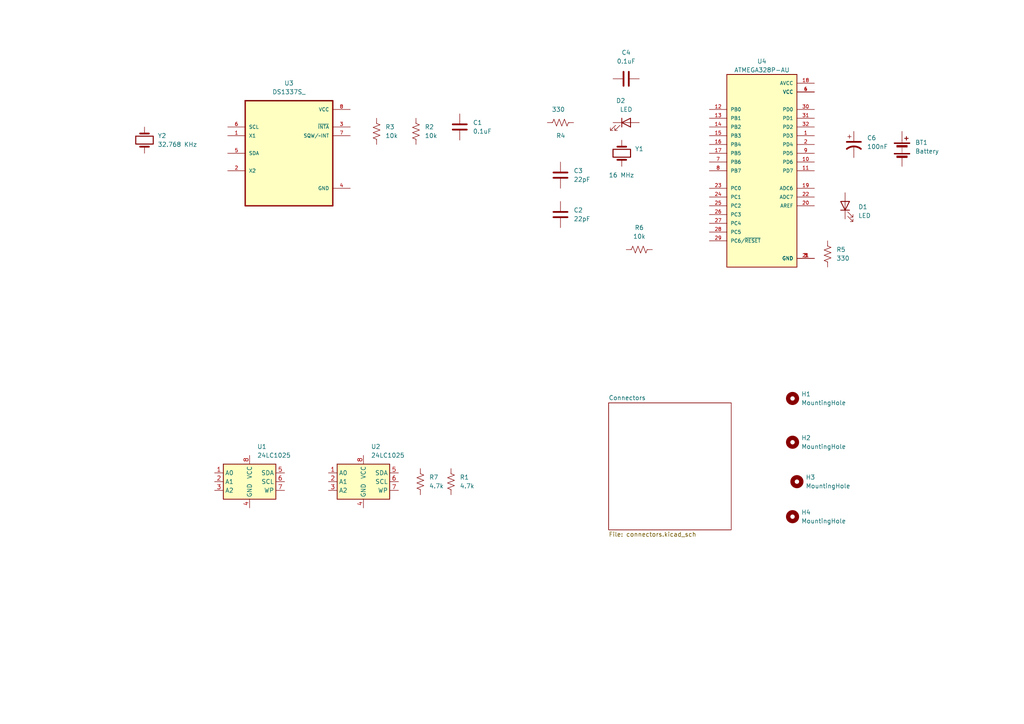
<source format=kicad_sch>
(kicad_sch (version 20231120) (generator "eeschema") (generator_version "8.0")
  (paper "A4")
  (title_block (title "${Project_Name}") (date "2024-12-29") (rev "1") (company "Jack Tanner"))
  (lib_symbols
    (symbol "ATMEGA328P-AU:ATMEGA328P-AU" (pin_names (offset 1.016))
      (property "Reference" "U" (at -10.1755 29.2546 0))
      (property "Value" "ATMEGA328P-AU" (at -10.1669 -31.7714 0))
      (symbol "ATMEGA328P-AU_0_0"
        (rectangle (start -10.16 -27.94) (end 10.16 27.94) (stroke (width 0.254)) (fill (type background)))
        (pin bidirectional line (at 15.24 10.16 180) (length 5.08) (name "PD3") (number "1"))
        (pin bidirectional line (at 15.24 2.54 180) (length 5.08) (name "PD6") (number "10"))
        (pin bidirectional line (at 15.24 0 180) (length 5.08) (name "PD7") (number "11"))
        (pin bidirectional line (at -15.24 17.78 0) (length 5.08) (name "PB0") (number "12"))
        (pin bidirectional line (at -15.24 15.24 0) (length 5.08) (name "PB1") (number "13"))
        (pin bidirectional line (at -15.24 12.7 0) (length 5.08) (name "PB2") (number "14"))
        (pin bidirectional line (at -15.24 10.16 0) (length 5.08) (name "PB3") (number "15"))
        (pin bidirectional line (at -15.24 7.62 0) (length 5.08) (name "PB4") (number "16"))
        (pin bidirectional line (at -15.24 5.08 0) (length 5.08) (name "PB5") (number "17"))
        (pin power_in line (at 15.24 25.4 180) (length 5.08) (name "AVCC") (number "18"))
        (pin bidirectional line (at 15.24 -5.08 180) (length 5.08) (name "ADC6") (number "19"))
        (pin bidirectional line (at 15.24 7.62 180) (length 5.08) (name "PD4") (number "2"))
        (pin input line (at 15.24 -10.16 180) (length 5.08) (name "AREF") (number "20"))
        (pin power_in line (at 15.24 -25.4 180) (length 5.08) (name "GND") (number "21"))
        (pin bidirectional line (at 15.24 -7.62 180) (length 5.08) (name "ADC7") (number "22"))
        (pin bidirectional line (at -15.24 -5.08 0) (length 5.08) (name "PC0") (number "23"))
        (pin bidirectional line (at -15.24 -7.62 0) (length 5.08) (name "PC1") (number "24"))
        (pin bidirectional line (at -15.24 -10.16 0) (length 5.08) (name "PC2") (number "25"))
        (pin bidirectional line (at -15.24 -12.7 0) (length 5.08) (name "PC3") (number "26"))
        (pin bidirectional line (at -15.24 -15.24 0) (length 5.08) (name "PC4") (number "27"))
        (pin bidirectional line (at -15.24 -17.78 0) (length 5.08) (name "PC5") (number "28"))
        (pin bidirectional line (at -15.24 -20.32 0) (length 5.08) (name "PC6/~{RESET}") (number "29"))
        (pin power_in line (at 15.24 -25.4 180) (length 5.08) (name "GND") (number "3"))
        (pin bidirectional line (at 15.24 17.78 180) (length 5.08) (name "PD0") (number "30"))
        (pin bidirectional line (at 15.24 15.24 180) (length 5.08) (name "PD1") (number "31"))
        (pin bidirectional line (at 15.24 12.7 180) (length 5.08) (name "PD2") (number "32"))
        (pin power_in line (at 15.24 22.86 180) (length 5.08) (name "VCC") (number "4"))
        (pin power_in line (at 15.24 -25.4 180) (length 5.08) (name "GND") (number "5"))
        (pin power_in line (at 15.24 22.86 180) (length 5.08) (name "VCC") (number "6"))
        (pin bidirectional line (at -15.24 2.54 0) (length 5.08) (name "PB6") (number "7"))
        (pin bidirectional line (at -15.24 0 0) (length 5.08) (name "PB7") (number "8"))
        (pin bidirectional line (at 15.24 5.08 180) (length 5.08) (name "PD5") (number "9"))
      )
    )
    (symbol "DS1337S_:DS1337S_" (pin_names (offset 1.016))
      (property "Reference" "U" (at -12.7 16.24 0))
      (property "Value" "DS1337S_" (at -12.7 -19.24 0))
      (symbol "DS1337S__0_0"
        (rectangle (start -12.7 -15.24) (end 12.7 15.24) (stroke (width 0.41)) (fill (type background)))
        (pin input line (at -17.78 5.08 0) (length 5.08) (name "X1") (number "1"))
        (pin bidirectional line (at -17.78 -5.08 0) (length 5.08) (name "X2") (number "2"))
        (pin output line (at 17.78 7.62 180) (length 5.08) (name "~{INTA}") (number "3"))
        (pin power_in line (at 17.78 -10.16 180) (length 5.08) (name "GND") (number "4"))
        (pin bidirectional line (at -17.78 0 0) (length 5.08) (name "SDA") (number "5"))
        (pin input line (at -17.78 7.62 0) (length 5.08) (name "SCL") (number "6"))
        (pin output line (at 17.78 5.08 180) (length 5.08) (name "SQW/~INT") (number "7"))
        (pin power_in line (at 17.78 12.7 180) (length 5.08) (name "VCC") (number "8"))
      )
    )
    (symbol "Device:Battery" (pin_numbers hide) (pin_names (offset 0) hide)
      (property "Reference" "BT" (at 2.54 2.54 0))
      (property "Value" "Battery" (at 2.54 0 0))
      (symbol "Battery_0_1"
        (rectangle (start -2.286 -1.27) (end 2.286 -1.524) (fill (type outline)))
        (rectangle (start -2.286 1.778) (end 2.286 1.524) (fill (type outline)))
        (rectangle (start -1.524 -2.032) (end 1.524 -2.54) (fill (type outline)))
        (rectangle (start -1.524 1.016) (end 1.524 0.508) (fill (type outline)))
        (polyline (pts (xy 0 -1.016) (xy 0 -0.762)))
        (polyline (pts (xy 0 -0.508) (xy 0 -0.254)))
        (polyline (pts (xy 0 0) (xy 0 0.254)))
        (polyline (pts (xy 0 1.778) (xy 0 2.54)))
        (polyline (pts (xy 0.762 3.048) (xy 1.778 3.048)) (stroke (width 0.254)))
        (polyline (pts (xy 1.27 3.556) (xy 1.27 2.54)) (stroke (width 0.254)))
      )
      (symbol "Battery_1_1"
        (pin passive line (at 0 5.08 270) (length 2.54) (name "+") (number "1"))
        (pin passive line (at 0 -5.08 90) (length 2.54) (name "-") (number "2"))
      )
    )
    (symbol "Device:C" (pin_numbers hide) (pin_names (offset 0.254))
      (property "Reference" "C" (at 0.635 2.54 0))
      (property "Value" "C" (at 0.635 -2.54 0))
      (symbol "C_0_1"
        (polyline (pts (xy -2.032 -0.762) (xy 2.032 -0.762)) (stroke (width 0.508)))
        (polyline (pts (xy -2.032 0.762) (xy 2.032 0.762)) (stroke (width 0.508)))
      )
      (symbol "C_1_1"
        (pin passive line (at 0 3.81 270) (length 2.794) (name "~") (number "1"))
        (pin passive line (at 0 -3.81 90) (length 2.794) (name "~") (number "2"))
      )
    )
    (symbol "Device:C_Polarized_US" (pin_numbers hide) (pin_names (offset 0.254) hide)
      (property "Reference" "C" (at 0.635 2.54 0))
      (property "Value" "C_Polarized_US" (at 0.635 -2.54 0))
      (symbol "C_Polarized_US_0_1"
        (polyline (pts (xy -2.032 0.762) (xy 2.032 0.762)) (stroke (width 0.508)))
        (polyline (pts (xy -1.778 2.286) (xy -0.762 2.286)))
        (polyline (pts (xy -1.27 1.778) (xy -1.27 2.794)))
        (arc (start 2.032 -1.27) (mid 0 -0.5572) (end -2.032 -1.27) (stroke (width 0.508)))
      )
      (symbol "C_Polarized_US_1_1"
        (pin passive line (at 0 3.81 270) (length 2.794) (name "~") (number "1"))
        (pin passive line (at 0 -3.81 90) (length 3.302) (name "~") (number "2"))
      )
    )
    (symbol "Device:Crystal" (pin_numbers hide) (pin_names (offset 1.016) hide)
      (property "Reference" "Y" (at 0 3.81 0))
      (property "Value" "Crystal" (at 0 -3.81 0))
      (symbol "Crystal_0_1"
        (rectangle (start -1.143 2.54) (end 1.143 -2.54) (stroke (width 0.3048)))
        (polyline (pts (xy -2.54 0) (xy -1.905 0)))
        (polyline (pts (xy -1.905 -1.27) (xy -1.905 1.27)) (stroke (width 0.508)))
        (polyline (pts (xy 1.905 -1.27) (xy 1.905 1.27)) (stroke (width 0.508)))
        (polyline (pts (xy 2.54 0) (xy 1.905 0)))
      )
      (symbol "Crystal_1_1"
        (pin passive line (at -3.81 0 0) (length 1.27) (name "1") (number "1"))
        (pin passive line (at 3.81 0 180) (length 1.27) (name "2") (number "2"))
      )
    )
    (symbol "Device:LED" (pin_numbers hide) (pin_names (offset 1.016) hide)
      (property "Reference" "D" (at 0 2.54 0))
      (property "Value" "LED" (at 0 -2.54 0))
      (symbol "LED_0_1"
        (polyline (pts (xy -1.27 -1.27) (xy -1.27 1.27)) (stroke (width 0.254)))
        (polyline (pts (xy -1.27 0) (xy 1.27 0)))
        (polyline (pts (xy 1.27 -1.27) (xy 1.27 1.27) (xy -1.27 0) (xy 1.27 -1.27)) (stroke (width 0.254)))
        (polyline (pts (xy -3.048 -0.762) (xy -4.572 -2.286) (xy -3.81 -2.286) (xy -4.572 -2.286) (xy -4.572 -1.524)))
        (polyline (pts (xy -1.778 -0.762) (xy -3.302 -2.286) (xy -2.54 -2.286) (xy -3.302 -2.286) (xy -3.302 -1.524)))
      )
      (symbol "LED_1_1"
        (pin passive line (at -3.81 0 0) (length 2.54) (name "K") (number "1"))
        (pin passive line (at 3.81 0 180) (length 2.54) (name "A") (number "2"))
      )
    )
    (symbol "Device:R_US" (pin_numbers hide) (pin_names (offset 0))
      (property "Reference" "R" (at 2.54 0 90))
      (property "Value" "R_US" (at -2.54 0 90))
      (symbol "R_US_0_1"
        (polyline (pts (xy 0 -2.286) (xy 0 -2.54)))
        (polyline (pts (xy 0 2.286) (xy 0 2.54)))
        (polyline (pts (xy 0 -0.762) (xy 1.016 -1.143) (xy 0 -1.524) (xy -1.016 -1.905) (xy 0 -2.286)))
        (polyline (pts (xy 0 0.762) (xy 1.016 0.381) (xy 0 0) (xy -1.016 -0.381) (xy 0 -0.762)))
        (polyline (pts (xy 0 2.286) (xy 1.016 1.905) (xy 0 1.524) (xy -1.016 1.143) (xy 0 0.762)))
      )
      (symbol "R_US_1_1"
        (pin passive line (at 0 3.81 270) (length 1.27) (name "~") (number "1"))
        (pin passive line (at 0 -3.81 90) (length 1.27) (name "~") (number "2"))
      )
    )
    (symbol "Mechanical:MountingHole" (pin_names (offset 1.016)) (exclude_from_sim yes) (in_bom no)
      (property "Reference" "H" (at 0 5.08 0))
      (property "Value" "MountingHole" (at 0 3.175 0))
      (symbol "MountingHole_0_1"
        (circle (center 0 0) (radius 1.27) (stroke (width 1.27)))
      )
    )
    (symbol "Memory_EEPROM:24LC1025"
      (property "Reference" "U" (at -6.35 6.35 0))
      (property "Value" "24LC1025" (at 1.27 6.35 0))
      (symbol "24LC1025_1_1"
        (rectangle (start -7.62 5.08) (end 7.62 -5.08) (stroke (width 0.254)) (fill (type background)))
        (pin input line (at -10.16 2.54 0) (length 2.54) (name "A0") (number "1"))
        (pin input line (at -10.16 0 0) (length 2.54) (name "A1") (number "2"))
        (pin input line (at -10.16 -2.54 0) (length 2.54) (name "A2") (number "3"))
        (pin power_in line (at 0 -7.62 90) (length 2.54) (name "GND") (number "4"))
        (pin bidirectional line (at 10.16 2.54 180) (length 2.54) (name "SDA") (number "5"))
        (pin input line (at 10.16 0 180) (length 2.54) (name "SCL") (number "6"))
        (pin input line (at 10.16 -2.54 180) (length 2.54) (name "WP") (number "7"))
        (pin power_in line (at 0 7.62 270) (length 2.54) (name "VCC") (number "8"))
      )
    )
  )
  (symbol (lib_id "Device:Battery") (at 261.62 43.18 0) (unit 1)
    (property "Reference" "BT1" (at 265.43 41.3384 0) (effects (justify left)))
    (property "Value" "Battery" (at 265.43 43.8784 0) (effects (justify left)))
    (property "Description" "Multiple-cell battery" (effects (hide yes)))
  )
  (symbol (lib_id "Mechanical:MountingHole") (at 231.14 139.7 0) (unit 1) (exclude_from_sim yes) (in_bom no)
    (property "Reference" "H3" (at 233.68 138.4299 0) (effects (justify left)))
    (property "Value" "MountingHole" (at 233.68 140.9699 0) (effects (justify left)))
    (property "Description" "Mounting Hole without connection" (effects (hide yes)))
  )
  (symbol (lib_id "Mechanical:MountingHole") (at 229.87 128.27 0) (unit 1) (exclude_from_sim yes) (in_bom no)
    (property "Reference" "H2" (at 232.41 126.9999 0) (effects (justify left)))
    (property "Value" "MountingHole" (at 232.41 129.5399 0) (effects (justify left)))
    (property "Description" "Mounting Hole without connection" (effects (hide yes)))
  )
  (symbol (lib_id "Device:C") (at 162.56 62.23 0) (unit 1)
    (property "Reference" "C2" (at 166.37 60.9599 0) (effects (justify left)))
    (property "Value" "22pF" (at 166.37 63.4999 0) (effects (justify left)))
    (property "Description" "Unpolarized capacitor" (effects (hide yes)))
  )
  (symbol (lib_id "Device:Crystal") (at 180.34 44.45 270) (unit 1)
    (property "Reference" "Y1" (at 184.15 43.1799 90) (effects (justify left)))
    (property "Value" "16 MHz" (at 176.53 50.8 90) (effects (justify left)))
    (property "Description" "Two pin crystal" (effects (hide yes)))
  )
  (symbol (lib_id "Device:R_US") (at 121.92 139.7 180) (unit 1)
    (property "Reference" "R7" (at 124.46 138.4299 0) (effects (justify right)))
    (property "Value" "4.7k" (at 124.46 140.9699 0) (effects (justify right)))
    (property "Description" "Resistor, US symbol" (effects (hide yes)))
  )
  (symbol (lib_id "Device:R_US") (at 162.56 35.56 270) (unit 1)
    (property "Reference" "R4" (at 161.29 39.37 90) (effects (justify left)))
    (property "Value" "330" (at 160.02 31.75 90) (effects (justify left)))
    (property "Description" "Resistor, US symbol" (effects (hide yes)))
  )
  (symbol (lib_id "ATMEGA328P-AU:ATMEGA328P-AU") (at 220.98 49.53 0) (unit 1)
    (property "Reference" "U4" (at 220.98 17.78 0))
    (property "Value" "ATMEGA328P-AU" (at 220.98 20.32 0))
    (property "Footprint" "ATMEGA328P-AU:QFP80P900X900X120-32N" (effects (hide yes)))
    (property "MF" "Microchip" (effects (hide yes)))
    (property "MAXIMUM_PACKAGE_HEIGHT" "1.20mm" (effects (hide yes)))
    (property "Package" "TQFP-32 Microchip" (effects (hide yes)))
    (property "Price" "None" (effects (hide yes)))
    (property "Check_prices" "https://www.snapeda.com/parts/ATMEGA328P-AU/Microchip/view-part/?ref=eda" (effects (hide yes)))
    (property "STANDARD" "IPC-7351B" (effects (hide yes)))
    (property "PARTREV" "8271A" (effects (hide yes)))
    (property "SnapEDA_Link" "https://www.snapeda.com/parts/ATMEGA328P-AU/Microchip/view-part/?ref=snap" (effects (hide yes)))
    (property "MP" "ATMEGA328P-AU" (effects (hide yes)))
    (property "Description_1" "\n                        \n                            AVR AVR® ATmega Microcontroller IC 8-Bit 20MHz 32KB (16K x 16) FLASH 32-TQFP (7x7)\n                        \n" (effects (hide yes)))
    (property "Availability" "In Stock" (effects (hide yes)))
    (property "MANUFACTURER" "Microchip" (effects (hide yes)))
  )
  (symbol (lib_id "DS1337S_:DS1337S_") (at 83.82 44.45 0) (unit 1)
    (property "Reference" "U3" (at 83.82 24.13 0))
    (property "Value" "DS1337S_" (at 83.82 26.67 0))
    (property "Footprint" "DS1337S_:SOIC127P600X175-8N" (effects (hide yes)))
    (property "MF" "Analog Devices" (effects (hide yes)))
    (property "Description_1" "\n                        \n                            I²C Serial Real-Time Clock\n                        \n" (effects (hide yes)))
    (property "Package" "SOIC-8 Maxim" (effects (hide yes)))
    (property "Price" "None" (effects (hide yes)))
    (property "SnapEDA_Link" "https://www.snapeda.com/parts/DS1337S+/Analog+Devices/view-part/?ref=snap" (effects (hide yes)))
    (property "MP" "DS1337S+" (effects (hide yes)))
    (property "Availability" "In Stock" (effects (hide yes)))
    (property "Check_prices" "https://www.snapeda.com/parts/DS1337S+/Analog+Devices/view-part/?ref=eda" (effects (hide yes)))
  )
  (symbol (lib_id "Memory_EEPROM:24LC1025") (at 105.41 139.7 0) (unit 1)
    (property "Reference" "U2" (at 107.6041 129.54 0) (effects (justify left)))
    (property "Value" "24LC1025" (at 107.6041 132.08 0) (effects (justify left)))
    (property "Datasheet" "http://ww1.microchip.com/downloads/en/DeviceDoc/21941B.pdf" (effects (hide yes)))
    (property "Description" "I2C Serial EEPROM, 1024Kb, DIP-8/SOIC-8/TSSOP-8/DFN-8" (effects (hide yes)))
  )
  (symbol (lib_id "Device:R_US") (at 130.81 139.7 0) (unit 1)
    (property "Reference" "R1" (at 133.35 138.4299 0) (effects (justify left)))
    (property "Value" "4.7k" (at 133.35 140.97 0) (effects (justify left)))
    (property "Description" "Resistor, US symbol" (effects (hide yes)))
  )
  (symbol (lib_id "Device:C") (at 181.61 22.86 90) (unit 1)
    (property "Reference" "C4" (at 181.61 15.24 90))
    (property "Value" "0.1uF" (at 181.61 17.78 90))
    (property "Description" "Unpolarized capacitor" (effects (hide yes)))
  )
  (symbol (lib_id "Device:C") (at 133.35 36.83 0) (unit 1)
    (property "Reference" "C1" (at 137.16 35.5599 0) (effects (justify left)))
    (property "Value" "0.1uF" (at 137.16 38.0999 0) (effects (justify left)))
    (property "Description" "Unpolarized capacitor" (effects (hide yes)))
  )
  (symbol (lib_id "Device:R_US") (at 240.03 73.66 0) (unit 1)
    (property "Reference" "R5" (at 242.57 72.3899 0) (effects (justify left)))
    (property "Value" "330" (at 242.57 74.9299 0) (effects (justify left)))
    (property "Description" "Resistor, US symbol" (effects (hide yes)))
  )
  (symbol (lib_id "Device:C_Polarized_US") (at 247.65 41.91 0) (unit 1)
    (property "Reference" "C6" (at 251.46 40.0049 0) (effects (justify left)))
    (property "Value" "100nF" (at 251.46 42.5449 0) (effects (justify left)))
    (property "Description" "Polarized capacitor, US symbol" (effects (hide yes)))
  )
  (symbol (lib_id "Mechanical:MountingHole") (at 229.87 115.57 0) (unit 1) (exclude_from_sim yes) (in_bom no)
    (property "Reference" "H1" (at 232.41 114.2999 0) (effects (justify left)))
    (property "Value" "MountingHole" (at 232.41 116.8399 0) (effects (justify left)))
    (property "Description" "Mounting Hole without connection" (effects (hide yes)))
  )
  (symbol (lib_id "Device:R_US") (at 185.42 72.39 90) (unit 1)
    (property "Reference" "R6" (at 185.42 66.04 90))
    (property "Value" "10k" (at 185.42 68.58 90))
    (property "Description" "Resistor, US symbol" (effects (hide yes)))
  )
  (symbol (lib_id "Device:R_US") (at 109.22 38.1 0) (unit 1)
    (property "Reference" "R3" (at 111.76 36.8299 0) (effects (justify left)))
    (property "Value" "10k" (at 111.76 39.3699 0) (effects (justify left)))
    (property "Description" "Resistor, US symbol" (effects (hide yes)))
  )
  (symbol (lib_id "Device:R_US") (at 120.65 38.1 0) (unit 1)
    (property "Reference" "R2" (at 123.19 36.8299 0) (effects (justify left)))
    (property "Value" "10k" (at 123.19 39.3699 0) (effects (justify left)))
    (property "Description" "Resistor, US symbol" (effects (hide yes)))
  )
  (symbol (lib_id "Memory_EEPROM:24LC1025") (at 72.39 139.7 0) (unit 1)
    (property "Reference" "U1" (at 74.5841 129.54 0) (effects (justify left)))
    (property "Value" "24LC1025" (at 74.5841 132.08 0) (effects (justify left)))
    (property "Datasheet" "http://ww1.microchip.com/downloads/en/DeviceDoc/21941B.pdf" (effects (hide yes)))
    (property "Description" "I2C Serial EEPROM, 1024Kb, DIP-8/SOIC-8/TSSOP-8/DFN-8" (effects (hide yes)))
  )
  (symbol (lib_id "Device:LED") (at 181.61 35.56 0) (unit 1)
    (property "Reference" "D2" (at 180.0225 29.21 0))
    (property "Value" "LED" (at 181.61 31.75 0))
    (property "Description" "Light emitting diode" (effects (hide yes)))
  )
  (symbol (lib_id "Device:LED") (at 245.11 59.69 90) (unit 1)
    (property "Reference" "D1" (at 248.92 60.0074 90) (effects (justify right)))
    (property "Value" "LED" (at 248.92 62.5474 90) (effects (justify right)))
    (property "Description" "Light emitting diode" (effects (hide yes)))
  )
  (symbol (lib_id "Mechanical:MountingHole") (at 229.87 149.86 0) (unit 1) (exclude_from_sim yes) (in_bom no)
    (property "Reference" "H4" (at 232.41 148.5899 0) (effects (justify left)))
    (property "Value" "MountingHole" (at 232.41 151.1299 0) (effects (justify left)))
    (property "Description" "Mounting Hole without connection" (effects (hide yes)))
  )
  (symbol (lib_id "Device:Crystal") (at 41.91 40.64 90) (unit 1)
    (property "Reference" "Y2" (at 45.72 39.3699 90) (effects (justify right)))
    (property "Value" "32.768 KHz" (at 45.72 41.9099 90) (effects (justify right)))
    (property "Description" "Two pin crystal" (effects (hide yes)))
  )
  (symbol (lib_id "Device:C") (at 162.56 50.8 0) (unit 1)
    (property "Reference" "C3" (at 166.37 49.5299 0) (effects (justify left)))
    (property "Value" "22pF" (at 166.37 52.0699 0) (effects (justify left)))
    (property "Description" "Unpolarized capacitor" (effects (hide yes)))
  )
  (sheet (at 176.53 116.84) (size 35.56 36.83) (stroke (width 0.1524))
    (property "Sheetname" "Connectors" (at 176.53 116.1284 0) (effects (justify left bottom)))
    (property "Sheetfile" "connectors.kicad_sch" (at 176.53 154.2546 0) (effects (justify left top)))
  )
)
</source>
